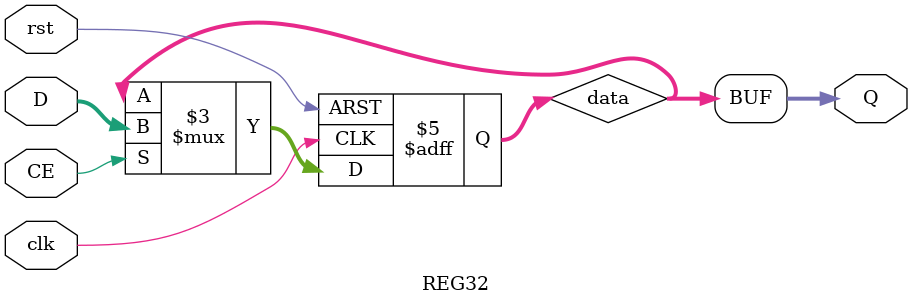
<source format=v>
`timescale 1ns / 1ps
module REG32(
    input clk,
    input rst,
    input CE,
    input [31:0]D,
    output [31:0]Q
    );
    
    reg [31:0] data=32'b0;

    always @(posedge clk or posedge rst) begin
        if(rst) data <= 32'h0;       
        else if(CE) data <= D;        
    end
    
    assign Q = data;
    
endmodule
</source>
